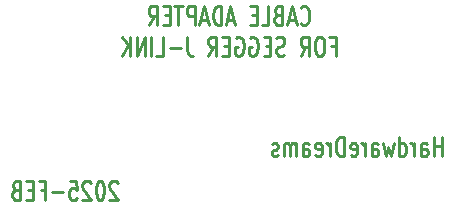
<source format=gbo>
%TF.GenerationSoftware,KiCad,Pcbnew,8.0.8*%
%TF.CreationDate,2025-02-20T14:02:33+09:00*%
%TF.ProjectId,CABLE-ADAPTER-SEGGER,4341424c-452d-4414-9441-505445522d53,rev?*%
%TF.SameCoordinates,PX3938700PY42c1d80*%
%TF.FileFunction,Legend,Bot*%
%TF.FilePolarity,Positive*%
%FSLAX46Y46*%
G04 Gerber Fmt 4.6, Leading zero omitted, Abs format (unit mm)*
G04 Created by KiCad (PCBNEW 8.0.8) date 2025-02-20 14:02:33*
%MOMM*%
%LPD*%
G01*
G04 APERTURE LIST*
%ADD10C,0.250000*%
G04 APERTURE END LIST*
D10*
X37949812Y5058810D02*
X37949812Y6658810D01*
X37949812Y5896905D02*
X37264098Y5896905D01*
X37264098Y5058810D02*
X37264098Y6658810D01*
X36178384Y5058810D02*
X36178384Y5896905D01*
X36178384Y5896905D02*
X36235526Y6049286D01*
X36235526Y6049286D02*
X36349812Y6125477D01*
X36349812Y6125477D02*
X36578384Y6125477D01*
X36578384Y6125477D02*
X36692669Y6049286D01*
X36178384Y5135000D02*
X36292669Y5058810D01*
X36292669Y5058810D02*
X36578384Y5058810D01*
X36578384Y5058810D02*
X36692669Y5135000D01*
X36692669Y5135000D02*
X36749812Y5287381D01*
X36749812Y5287381D02*
X36749812Y5439762D01*
X36749812Y5439762D02*
X36692669Y5592143D01*
X36692669Y5592143D02*
X36578384Y5668334D01*
X36578384Y5668334D02*
X36292669Y5668334D01*
X36292669Y5668334D02*
X36178384Y5744524D01*
X35606955Y5058810D02*
X35606955Y6125477D01*
X35606955Y5820715D02*
X35549812Y5973096D01*
X35549812Y5973096D02*
X35492670Y6049286D01*
X35492670Y6049286D02*
X35378384Y6125477D01*
X35378384Y6125477D02*
X35264098Y6125477D01*
X34349813Y5058810D02*
X34349813Y6658810D01*
X34349813Y5135000D02*
X34464098Y5058810D01*
X34464098Y5058810D02*
X34692670Y5058810D01*
X34692670Y5058810D02*
X34806955Y5135000D01*
X34806955Y5135000D02*
X34864098Y5211191D01*
X34864098Y5211191D02*
X34921241Y5363572D01*
X34921241Y5363572D02*
X34921241Y5820715D01*
X34921241Y5820715D02*
X34864098Y5973096D01*
X34864098Y5973096D02*
X34806955Y6049286D01*
X34806955Y6049286D02*
X34692670Y6125477D01*
X34692670Y6125477D02*
X34464098Y6125477D01*
X34464098Y6125477D02*
X34349813Y6049286D01*
X33892670Y6125477D02*
X33664099Y5058810D01*
X33664099Y5058810D02*
X33435527Y5820715D01*
X33435527Y5820715D02*
X33206956Y5058810D01*
X33206956Y5058810D02*
X32978384Y6125477D01*
X32006956Y5058810D02*
X32006956Y5896905D01*
X32006956Y5896905D02*
X32064098Y6049286D01*
X32064098Y6049286D02*
X32178384Y6125477D01*
X32178384Y6125477D02*
X32406956Y6125477D01*
X32406956Y6125477D02*
X32521241Y6049286D01*
X32006956Y5135000D02*
X32121241Y5058810D01*
X32121241Y5058810D02*
X32406956Y5058810D01*
X32406956Y5058810D02*
X32521241Y5135000D01*
X32521241Y5135000D02*
X32578384Y5287381D01*
X32578384Y5287381D02*
X32578384Y5439762D01*
X32578384Y5439762D02*
X32521241Y5592143D01*
X32521241Y5592143D02*
X32406956Y5668334D01*
X32406956Y5668334D02*
X32121241Y5668334D01*
X32121241Y5668334D02*
X32006956Y5744524D01*
X31435527Y5058810D02*
X31435527Y6125477D01*
X31435527Y5820715D02*
X31378384Y5973096D01*
X31378384Y5973096D02*
X31321242Y6049286D01*
X31321242Y6049286D02*
X31206956Y6125477D01*
X31206956Y6125477D02*
X31092670Y6125477D01*
X30235527Y5135000D02*
X30349813Y5058810D01*
X30349813Y5058810D02*
X30578385Y5058810D01*
X30578385Y5058810D02*
X30692670Y5135000D01*
X30692670Y5135000D02*
X30749813Y5287381D01*
X30749813Y5287381D02*
X30749813Y5896905D01*
X30749813Y5896905D02*
X30692670Y6049286D01*
X30692670Y6049286D02*
X30578385Y6125477D01*
X30578385Y6125477D02*
X30349813Y6125477D01*
X30349813Y6125477D02*
X30235527Y6049286D01*
X30235527Y6049286D02*
X30178385Y5896905D01*
X30178385Y5896905D02*
X30178385Y5744524D01*
X30178385Y5744524D02*
X30749813Y5592143D01*
X29664099Y5058810D02*
X29664099Y6658810D01*
X29664099Y6658810D02*
X29378385Y6658810D01*
X29378385Y6658810D02*
X29206956Y6582620D01*
X29206956Y6582620D02*
X29092671Y6430239D01*
X29092671Y6430239D02*
X29035528Y6277858D01*
X29035528Y6277858D02*
X28978385Y5973096D01*
X28978385Y5973096D02*
X28978385Y5744524D01*
X28978385Y5744524D02*
X29035528Y5439762D01*
X29035528Y5439762D02*
X29092671Y5287381D01*
X29092671Y5287381D02*
X29206956Y5135000D01*
X29206956Y5135000D02*
X29378385Y5058810D01*
X29378385Y5058810D02*
X29664099Y5058810D01*
X28464099Y5058810D02*
X28464099Y6125477D01*
X28464099Y5820715D02*
X28406956Y5973096D01*
X28406956Y5973096D02*
X28349814Y6049286D01*
X28349814Y6049286D02*
X28235528Y6125477D01*
X28235528Y6125477D02*
X28121242Y6125477D01*
X27264099Y5135000D02*
X27378385Y5058810D01*
X27378385Y5058810D02*
X27606957Y5058810D01*
X27606957Y5058810D02*
X27721242Y5135000D01*
X27721242Y5135000D02*
X27778385Y5287381D01*
X27778385Y5287381D02*
X27778385Y5896905D01*
X27778385Y5896905D02*
X27721242Y6049286D01*
X27721242Y6049286D02*
X27606957Y6125477D01*
X27606957Y6125477D02*
X27378385Y6125477D01*
X27378385Y6125477D02*
X27264099Y6049286D01*
X27264099Y6049286D02*
X27206957Y5896905D01*
X27206957Y5896905D02*
X27206957Y5744524D01*
X27206957Y5744524D02*
X27778385Y5592143D01*
X26178386Y5058810D02*
X26178386Y5896905D01*
X26178386Y5896905D02*
X26235528Y6049286D01*
X26235528Y6049286D02*
X26349814Y6125477D01*
X26349814Y6125477D02*
X26578386Y6125477D01*
X26578386Y6125477D02*
X26692671Y6049286D01*
X26178386Y5135000D02*
X26292671Y5058810D01*
X26292671Y5058810D02*
X26578386Y5058810D01*
X26578386Y5058810D02*
X26692671Y5135000D01*
X26692671Y5135000D02*
X26749814Y5287381D01*
X26749814Y5287381D02*
X26749814Y5439762D01*
X26749814Y5439762D02*
X26692671Y5592143D01*
X26692671Y5592143D02*
X26578386Y5668334D01*
X26578386Y5668334D02*
X26292671Y5668334D01*
X26292671Y5668334D02*
X26178386Y5744524D01*
X25606957Y5058810D02*
X25606957Y6125477D01*
X25606957Y5973096D02*
X25549814Y6049286D01*
X25549814Y6049286D02*
X25435529Y6125477D01*
X25435529Y6125477D02*
X25264100Y6125477D01*
X25264100Y6125477D02*
X25149814Y6049286D01*
X25149814Y6049286D02*
X25092672Y5896905D01*
X25092672Y5896905D02*
X25092672Y5058810D01*
X25092672Y5896905D02*
X25035529Y6049286D01*
X25035529Y6049286D02*
X24921243Y6125477D01*
X24921243Y6125477D02*
X24749814Y6125477D01*
X24749814Y6125477D02*
X24635529Y6049286D01*
X24635529Y6049286D02*
X24578386Y5896905D01*
X24578386Y5896905D02*
X24578386Y5058810D01*
X24064100Y5135000D02*
X23949814Y5058810D01*
X23949814Y5058810D02*
X23721243Y5058810D01*
X23721243Y5058810D02*
X23606957Y5135000D01*
X23606957Y5135000D02*
X23549814Y5287381D01*
X23549814Y5287381D02*
X23549814Y5363572D01*
X23549814Y5363572D02*
X23606957Y5515953D01*
X23606957Y5515953D02*
X23721243Y5592143D01*
X23721243Y5592143D02*
X23892672Y5592143D01*
X23892672Y5592143D02*
X24006957Y5668334D01*
X24006957Y5668334D02*
X24064100Y5820715D01*
X24064100Y5820715D02*
X24064100Y5896905D01*
X24064100Y5896905D02*
X24006957Y6049286D01*
X24006957Y6049286D02*
X23892672Y6125477D01*
X23892672Y6125477D02*
X23721243Y6125477D01*
X23721243Y6125477D02*
X23606957Y6049286D01*
X10506955Y2806429D02*
X10449812Y2882620D01*
X10449812Y2882620D02*
X10335527Y2958810D01*
X10335527Y2958810D02*
X10049812Y2958810D01*
X10049812Y2958810D02*
X9935527Y2882620D01*
X9935527Y2882620D02*
X9878384Y2806429D01*
X9878384Y2806429D02*
X9821241Y2654048D01*
X9821241Y2654048D02*
X9821241Y2501667D01*
X9821241Y2501667D02*
X9878384Y2273096D01*
X9878384Y2273096D02*
X10564098Y1358810D01*
X10564098Y1358810D02*
X9821241Y1358810D01*
X9078384Y2958810D02*
X8964098Y2958810D01*
X8964098Y2958810D02*
X8849812Y2882620D01*
X8849812Y2882620D02*
X8792670Y2806429D01*
X8792670Y2806429D02*
X8735527Y2654048D01*
X8735527Y2654048D02*
X8678384Y2349286D01*
X8678384Y2349286D02*
X8678384Y1968334D01*
X8678384Y1968334D02*
X8735527Y1663572D01*
X8735527Y1663572D02*
X8792670Y1511191D01*
X8792670Y1511191D02*
X8849812Y1435000D01*
X8849812Y1435000D02*
X8964098Y1358810D01*
X8964098Y1358810D02*
X9078384Y1358810D01*
X9078384Y1358810D02*
X9192670Y1435000D01*
X9192670Y1435000D02*
X9249812Y1511191D01*
X9249812Y1511191D02*
X9306955Y1663572D01*
X9306955Y1663572D02*
X9364098Y1968334D01*
X9364098Y1968334D02*
X9364098Y2349286D01*
X9364098Y2349286D02*
X9306955Y2654048D01*
X9306955Y2654048D02*
X9249812Y2806429D01*
X9249812Y2806429D02*
X9192670Y2882620D01*
X9192670Y2882620D02*
X9078384Y2958810D01*
X8221241Y2806429D02*
X8164098Y2882620D01*
X8164098Y2882620D02*
X8049813Y2958810D01*
X8049813Y2958810D02*
X7764098Y2958810D01*
X7764098Y2958810D02*
X7649813Y2882620D01*
X7649813Y2882620D02*
X7592670Y2806429D01*
X7592670Y2806429D02*
X7535527Y2654048D01*
X7535527Y2654048D02*
X7535527Y2501667D01*
X7535527Y2501667D02*
X7592670Y2273096D01*
X7592670Y2273096D02*
X8278384Y1358810D01*
X8278384Y1358810D02*
X7535527Y1358810D01*
X6449813Y2958810D02*
X7021241Y2958810D01*
X7021241Y2958810D02*
X7078384Y2196905D01*
X7078384Y2196905D02*
X7021241Y2273096D01*
X7021241Y2273096D02*
X6906956Y2349286D01*
X6906956Y2349286D02*
X6621241Y2349286D01*
X6621241Y2349286D02*
X6506956Y2273096D01*
X6506956Y2273096D02*
X6449813Y2196905D01*
X6449813Y2196905D02*
X6392670Y2044524D01*
X6392670Y2044524D02*
X6392670Y1663572D01*
X6392670Y1663572D02*
X6449813Y1511191D01*
X6449813Y1511191D02*
X6506956Y1435000D01*
X6506956Y1435000D02*
X6621241Y1358810D01*
X6621241Y1358810D02*
X6906956Y1358810D01*
X6906956Y1358810D02*
X7021241Y1435000D01*
X7021241Y1435000D02*
X7078384Y1511191D01*
X5878384Y1968334D02*
X4964099Y1968334D01*
X3992670Y2196905D02*
X4392670Y2196905D01*
X4392670Y1358810D02*
X4392670Y2958810D01*
X4392670Y2958810D02*
X3821242Y2958810D01*
X3364099Y2196905D02*
X2964099Y2196905D01*
X2792671Y1358810D02*
X3364099Y1358810D01*
X3364099Y1358810D02*
X3364099Y2958810D01*
X3364099Y2958810D02*
X2792671Y2958810D01*
X1878385Y2196905D02*
X1706957Y2120715D01*
X1706957Y2120715D02*
X1649814Y2044524D01*
X1649814Y2044524D02*
X1592671Y1892143D01*
X1592671Y1892143D02*
X1592671Y1663572D01*
X1592671Y1663572D02*
X1649814Y1511191D01*
X1649814Y1511191D02*
X1706957Y1435000D01*
X1706957Y1435000D02*
X1821242Y1358810D01*
X1821242Y1358810D02*
X2278385Y1358810D01*
X2278385Y1358810D02*
X2278385Y2958810D01*
X2278385Y2958810D02*
X1878385Y2958810D01*
X1878385Y2958810D02*
X1764100Y2882620D01*
X1764100Y2882620D02*
X1706957Y2806429D01*
X1706957Y2806429D02*
X1649814Y2654048D01*
X1649814Y2654048D02*
X1649814Y2501667D01*
X1649814Y2501667D02*
X1706957Y2349286D01*
X1706957Y2349286D02*
X1764100Y2273096D01*
X1764100Y2273096D02*
X1878385Y2196905D01*
X1878385Y2196905D02*
X2278385Y2196905D01*
X26007142Y16287101D02*
X26064285Y16210910D01*
X26064285Y16210910D02*
X26235713Y16134720D01*
X26235713Y16134720D02*
X26349999Y16134720D01*
X26349999Y16134720D02*
X26521428Y16210910D01*
X26521428Y16210910D02*
X26635713Y16363291D01*
X26635713Y16363291D02*
X26692856Y16515672D01*
X26692856Y16515672D02*
X26749999Y16820434D01*
X26749999Y16820434D02*
X26749999Y17049006D01*
X26749999Y17049006D02*
X26692856Y17353768D01*
X26692856Y17353768D02*
X26635713Y17506149D01*
X26635713Y17506149D02*
X26521428Y17658530D01*
X26521428Y17658530D02*
X26349999Y17734720D01*
X26349999Y17734720D02*
X26235713Y17734720D01*
X26235713Y17734720D02*
X26064285Y17658530D01*
X26064285Y17658530D02*
X26007142Y17582339D01*
X25549999Y16591863D02*
X24978571Y16591863D01*
X25664285Y16134720D02*
X25264285Y17734720D01*
X25264285Y17734720D02*
X24864285Y16134720D01*
X24064285Y16972815D02*
X23892857Y16896625D01*
X23892857Y16896625D02*
X23835714Y16820434D01*
X23835714Y16820434D02*
X23778571Y16668053D01*
X23778571Y16668053D02*
X23778571Y16439482D01*
X23778571Y16439482D02*
X23835714Y16287101D01*
X23835714Y16287101D02*
X23892857Y16210910D01*
X23892857Y16210910D02*
X24007142Y16134720D01*
X24007142Y16134720D02*
X24464285Y16134720D01*
X24464285Y16134720D02*
X24464285Y17734720D01*
X24464285Y17734720D02*
X24064285Y17734720D01*
X24064285Y17734720D02*
X23950000Y17658530D01*
X23950000Y17658530D02*
X23892857Y17582339D01*
X23892857Y17582339D02*
X23835714Y17429958D01*
X23835714Y17429958D02*
X23835714Y17277577D01*
X23835714Y17277577D02*
X23892857Y17125196D01*
X23892857Y17125196D02*
X23950000Y17049006D01*
X23950000Y17049006D02*
X24064285Y16972815D01*
X24064285Y16972815D02*
X24464285Y16972815D01*
X22692857Y16134720D02*
X23264285Y16134720D01*
X23264285Y16134720D02*
X23264285Y17734720D01*
X22292856Y16972815D02*
X21892856Y16972815D01*
X21721428Y16134720D02*
X22292856Y16134720D01*
X22292856Y16134720D02*
X22292856Y17734720D01*
X22292856Y17734720D02*
X21721428Y17734720D01*
X20349999Y16591863D02*
X19778571Y16591863D01*
X20464285Y16134720D02*
X20064285Y17734720D01*
X20064285Y17734720D02*
X19664285Y16134720D01*
X19264285Y16134720D02*
X19264285Y17734720D01*
X19264285Y17734720D02*
X18978571Y17734720D01*
X18978571Y17734720D02*
X18807142Y17658530D01*
X18807142Y17658530D02*
X18692857Y17506149D01*
X18692857Y17506149D02*
X18635714Y17353768D01*
X18635714Y17353768D02*
X18578571Y17049006D01*
X18578571Y17049006D02*
X18578571Y16820434D01*
X18578571Y16820434D02*
X18635714Y16515672D01*
X18635714Y16515672D02*
X18692857Y16363291D01*
X18692857Y16363291D02*
X18807142Y16210910D01*
X18807142Y16210910D02*
X18978571Y16134720D01*
X18978571Y16134720D02*
X19264285Y16134720D01*
X18121428Y16591863D02*
X17550000Y16591863D01*
X18235714Y16134720D02*
X17835714Y17734720D01*
X17835714Y17734720D02*
X17435714Y16134720D01*
X17035714Y16134720D02*
X17035714Y17734720D01*
X17035714Y17734720D02*
X16578571Y17734720D01*
X16578571Y17734720D02*
X16464286Y17658530D01*
X16464286Y17658530D02*
X16407143Y17582339D01*
X16407143Y17582339D02*
X16350000Y17429958D01*
X16350000Y17429958D02*
X16350000Y17201387D01*
X16350000Y17201387D02*
X16407143Y17049006D01*
X16407143Y17049006D02*
X16464286Y16972815D01*
X16464286Y16972815D02*
X16578571Y16896625D01*
X16578571Y16896625D02*
X17035714Y16896625D01*
X16007143Y17734720D02*
X15321429Y17734720D01*
X15664286Y16134720D02*
X15664286Y17734720D01*
X14921428Y16972815D02*
X14521428Y16972815D01*
X14350000Y16134720D02*
X14921428Y16134720D01*
X14921428Y16134720D02*
X14921428Y17734720D01*
X14921428Y17734720D02*
X14350000Y17734720D01*
X13150000Y16134720D02*
X13550000Y16896625D01*
X13835714Y16134720D02*
X13835714Y17734720D01*
X13835714Y17734720D02*
X13378571Y17734720D01*
X13378571Y17734720D02*
X13264286Y17658530D01*
X13264286Y17658530D02*
X13207143Y17582339D01*
X13207143Y17582339D02*
X13150000Y17429958D01*
X13150000Y17429958D02*
X13150000Y17201387D01*
X13150000Y17201387D02*
X13207143Y17049006D01*
X13207143Y17049006D02*
X13264286Y16972815D01*
X13264286Y16972815D02*
X13378571Y16896625D01*
X13378571Y16896625D02*
X13835714Y16896625D01*
X28578571Y14396905D02*
X28978571Y14396905D01*
X28978571Y13558810D02*
X28978571Y15158810D01*
X28978571Y15158810D02*
X28407143Y15158810D01*
X27721429Y15158810D02*
X27492857Y15158810D01*
X27492857Y15158810D02*
X27378572Y15082620D01*
X27378572Y15082620D02*
X27264286Y14930239D01*
X27264286Y14930239D02*
X27207143Y14625477D01*
X27207143Y14625477D02*
X27207143Y14092143D01*
X27207143Y14092143D02*
X27264286Y13787381D01*
X27264286Y13787381D02*
X27378572Y13635000D01*
X27378572Y13635000D02*
X27492857Y13558810D01*
X27492857Y13558810D02*
X27721429Y13558810D01*
X27721429Y13558810D02*
X27835715Y13635000D01*
X27835715Y13635000D02*
X27950000Y13787381D01*
X27950000Y13787381D02*
X28007143Y14092143D01*
X28007143Y14092143D02*
X28007143Y14625477D01*
X28007143Y14625477D02*
X27950000Y14930239D01*
X27950000Y14930239D02*
X27835715Y15082620D01*
X27835715Y15082620D02*
X27721429Y15158810D01*
X26007143Y13558810D02*
X26407143Y14320715D01*
X26692857Y13558810D02*
X26692857Y15158810D01*
X26692857Y15158810D02*
X26235714Y15158810D01*
X26235714Y15158810D02*
X26121429Y15082620D01*
X26121429Y15082620D02*
X26064286Y15006429D01*
X26064286Y15006429D02*
X26007143Y14854048D01*
X26007143Y14854048D02*
X26007143Y14625477D01*
X26007143Y14625477D02*
X26064286Y14473096D01*
X26064286Y14473096D02*
X26121429Y14396905D01*
X26121429Y14396905D02*
X26235714Y14320715D01*
X26235714Y14320715D02*
X26692857Y14320715D01*
X24635714Y13635000D02*
X24464286Y13558810D01*
X24464286Y13558810D02*
X24178571Y13558810D01*
X24178571Y13558810D02*
X24064286Y13635000D01*
X24064286Y13635000D02*
X24007143Y13711191D01*
X24007143Y13711191D02*
X23950000Y13863572D01*
X23950000Y13863572D02*
X23950000Y14015953D01*
X23950000Y14015953D02*
X24007143Y14168334D01*
X24007143Y14168334D02*
X24064286Y14244524D01*
X24064286Y14244524D02*
X24178571Y14320715D01*
X24178571Y14320715D02*
X24407143Y14396905D01*
X24407143Y14396905D02*
X24521428Y14473096D01*
X24521428Y14473096D02*
X24578571Y14549286D01*
X24578571Y14549286D02*
X24635714Y14701667D01*
X24635714Y14701667D02*
X24635714Y14854048D01*
X24635714Y14854048D02*
X24578571Y15006429D01*
X24578571Y15006429D02*
X24521428Y15082620D01*
X24521428Y15082620D02*
X24407143Y15158810D01*
X24407143Y15158810D02*
X24121428Y15158810D01*
X24121428Y15158810D02*
X23950000Y15082620D01*
X23435714Y14396905D02*
X23035714Y14396905D01*
X22864286Y13558810D02*
X23435714Y13558810D01*
X23435714Y13558810D02*
X23435714Y15158810D01*
X23435714Y15158810D02*
X22864286Y15158810D01*
X21721429Y15082620D02*
X21835715Y15158810D01*
X21835715Y15158810D02*
X22007143Y15158810D01*
X22007143Y15158810D02*
X22178572Y15082620D01*
X22178572Y15082620D02*
X22292857Y14930239D01*
X22292857Y14930239D02*
X22350000Y14777858D01*
X22350000Y14777858D02*
X22407143Y14473096D01*
X22407143Y14473096D02*
X22407143Y14244524D01*
X22407143Y14244524D02*
X22350000Y13939762D01*
X22350000Y13939762D02*
X22292857Y13787381D01*
X22292857Y13787381D02*
X22178572Y13635000D01*
X22178572Y13635000D02*
X22007143Y13558810D01*
X22007143Y13558810D02*
X21892857Y13558810D01*
X21892857Y13558810D02*
X21721429Y13635000D01*
X21721429Y13635000D02*
X21664286Y13711191D01*
X21664286Y13711191D02*
X21664286Y14244524D01*
X21664286Y14244524D02*
X21892857Y14244524D01*
X20521429Y15082620D02*
X20635715Y15158810D01*
X20635715Y15158810D02*
X20807143Y15158810D01*
X20807143Y15158810D02*
X20978572Y15082620D01*
X20978572Y15082620D02*
X21092857Y14930239D01*
X21092857Y14930239D02*
X21150000Y14777858D01*
X21150000Y14777858D02*
X21207143Y14473096D01*
X21207143Y14473096D02*
X21207143Y14244524D01*
X21207143Y14244524D02*
X21150000Y13939762D01*
X21150000Y13939762D02*
X21092857Y13787381D01*
X21092857Y13787381D02*
X20978572Y13635000D01*
X20978572Y13635000D02*
X20807143Y13558810D01*
X20807143Y13558810D02*
X20692857Y13558810D01*
X20692857Y13558810D02*
X20521429Y13635000D01*
X20521429Y13635000D02*
X20464286Y13711191D01*
X20464286Y13711191D02*
X20464286Y14244524D01*
X20464286Y14244524D02*
X20692857Y14244524D01*
X19950000Y14396905D02*
X19550000Y14396905D01*
X19378572Y13558810D02*
X19950000Y13558810D01*
X19950000Y13558810D02*
X19950000Y15158810D01*
X19950000Y15158810D02*
X19378572Y15158810D01*
X18178572Y13558810D02*
X18578572Y14320715D01*
X18864286Y13558810D02*
X18864286Y15158810D01*
X18864286Y15158810D02*
X18407143Y15158810D01*
X18407143Y15158810D02*
X18292858Y15082620D01*
X18292858Y15082620D02*
X18235715Y15006429D01*
X18235715Y15006429D02*
X18178572Y14854048D01*
X18178572Y14854048D02*
X18178572Y14625477D01*
X18178572Y14625477D02*
X18235715Y14473096D01*
X18235715Y14473096D02*
X18292858Y14396905D01*
X18292858Y14396905D02*
X18407143Y14320715D01*
X18407143Y14320715D02*
X18864286Y14320715D01*
X16407143Y15158810D02*
X16407143Y14015953D01*
X16407143Y14015953D02*
X16464286Y13787381D01*
X16464286Y13787381D02*
X16578572Y13635000D01*
X16578572Y13635000D02*
X16750000Y13558810D01*
X16750000Y13558810D02*
X16864286Y13558810D01*
X15835714Y14168334D02*
X14921429Y14168334D01*
X13778572Y13558810D02*
X14350000Y13558810D01*
X14350000Y13558810D02*
X14350000Y15158810D01*
X13378571Y13558810D02*
X13378571Y15158810D01*
X12807142Y13558810D02*
X12807142Y15158810D01*
X12807142Y15158810D02*
X12121428Y13558810D01*
X12121428Y13558810D02*
X12121428Y15158810D01*
X11549999Y13558810D02*
X11549999Y15158810D01*
X10864285Y13558810D02*
X11378571Y14473096D01*
X10864285Y15158810D02*
X11549999Y14244524D01*
M02*

</source>
